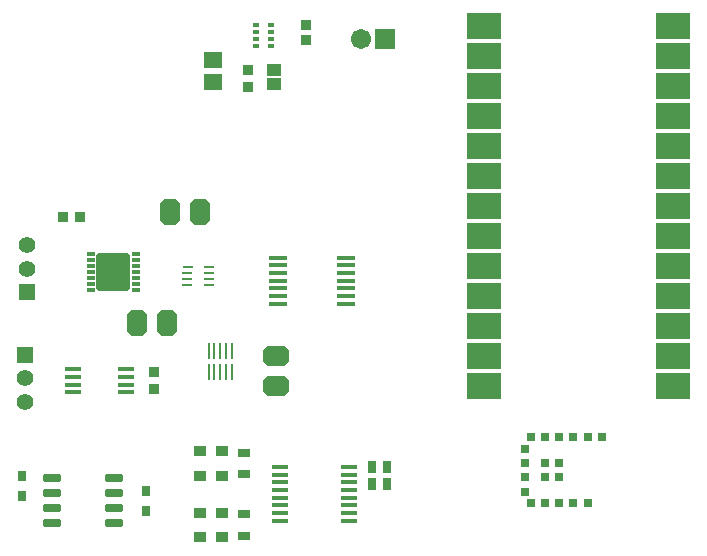
<source format=gts>
G04*
G04 #@! TF.GenerationSoftware,Altium Limited,Altium Designer,24.2.2 (26)*
G04*
G04 Layer_Color=8388736*
%FSLAX25Y25*%
%MOIN*%
G70*
G04*
G04 #@! TF.SameCoordinates,57EBE310-F326-475D-97A3-4CF97A274748*
G04*
G04*
G04 #@! TF.FilePolarity,Negative*
G04*
G01*
G75*
%ADD20R,0.05250X0.01700*%
%ADD23R,0.03591X0.03772*%
%ADD24R,0.03150X0.03543*%
%ADD27R,0.00800X0.05500*%
%ADD28R,0.03200X0.01000*%
%ADD29R,0.03600X0.01000*%
%ADD30R,0.03772X0.03591*%
%ADD32R,0.05800X0.01400*%
%ADD33R,0.04134X0.03150*%
%ADD34R,0.03937X0.03543*%
%ADD36R,0.03568X0.03367*%
%ADD37R,0.06127X0.05727*%
%ADD39R,0.02300X0.01200*%
%ADD40R,0.11627X0.08674*%
%ADD41R,0.05912X0.01778*%
%ADD42R,0.03150X0.03150*%
G04:AMPARAMS|DCode=43|XSize=29.65mil|YSize=57.21mil|CornerRadius=5.95mil|HoleSize=0mil|Usage=FLASHONLY|Rotation=90.000|XOffset=0mil|YOffset=0mil|HoleType=Round|Shape=RoundedRectangle|*
%AMROUNDEDRECTD43*
21,1,0.02965,0.04532,0,0,90.0*
21,1,0.01776,0.05721,0,0,90.0*
1,1,0.01190,0.02266,0.00888*
1,1,0.01190,0.02266,-0.00888*
1,1,0.01190,-0.02266,-0.00888*
1,1,0.01190,-0.02266,0.00888*
%
%ADD43ROUNDEDRECTD43*%
%ADD44R,0.03162X0.03950*%
G04:AMPARAMS|DCode=45|XSize=13.84mil|YSize=27.62mil|CornerRadius=3.97mil|HoleSize=0mil|Usage=FLASHONLY|Rotation=270.000|XOffset=0mil|YOffset=0mil|HoleType=Round|Shape=RoundedRectangle|*
%AMROUNDEDRECTD45*
21,1,0.01384,0.01968,0,0,270.0*
21,1,0.00591,0.02762,0,0,270.0*
1,1,0.00794,-0.00984,-0.00295*
1,1,0.00794,-0.00984,0.00295*
1,1,0.00794,0.00984,0.00295*
1,1,0.00794,0.00984,-0.00295*
%
%ADD45ROUNDEDRECTD45*%
G04:AMPARAMS|DCode=46|XSize=126.11mil|YSize=110.36mil|CornerRadius=6.05mil|HoleSize=0mil|Usage=FLASHONLY|Rotation=270.000|XOffset=0mil|YOffset=0mil|HoleType=Round|Shape=RoundedRectangle|*
%AMROUNDEDRECTD46*
21,1,0.12611,0.09827,0,0,270.0*
21,1,0.11402,0.11036,0,0,270.0*
1,1,0.01209,-0.04913,-0.05701*
1,1,0.01209,-0.04913,0.05701*
1,1,0.01209,0.04913,0.05701*
1,1,0.01209,0.04913,-0.05701*
%
%ADD46ROUNDEDRECTD46*%
%ADD47R,0.04540X0.03950*%
G04:AMPARAMS|DCode=48|XSize=88mil|YSize=68mil|CornerRadius=0mil|HoleSize=0mil|Usage=FLASHONLY|Rotation=90.000|XOffset=0mil|YOffset=0mil|HoleType=Round|Shape=Octagon|*
%AMOCTAGOND48*
4,1,8,0.01700,0.04400,-0.01700,0.04400,-0.03400,0.02700,-0.03400,-0.02700,-0.01700,-0.04400,0.01700,-0.04400,0.03400,-0.02700,0.03400,0.02700,0.01700,0.04400,0.0*
%
%ADD48OCTAGOND48*%

G04:AMPARAMS|DCode=49|XSize=88mil|YSize=68mil|CornerRadius=0mil|HoleSize=0mil|Usage=FLASHONLY|Rotation=180.000|XOffset=0mil|YOffset=0mil|HoleType=Round|Shape=Octagon|*
%AMOCTAGOND49*
4,1,8,-0.04400,0.01700,-0.04400,-0.01700,-0.02700,-0.03400,0.02700,-0.03400,0.04400,-0.01700,0.04400,0.01700,0.02700,0.03400,-0.02700,0.03400,-0.04400,0.01700,0.0*
%
%ADD49OCTAGOND49*%

%ADD50C,0.06706*%
%ADD51R,0.06706X0.06706*%
%ADD52R,0.05472X0.05472*%
%ADD53C,0.05472*%
%ADD54C,0.03150*%
D20*
X130111Y272807D02*
D03*
X147561Y280484D02*
D03*
Y277925D02*
D03*
Y275366D02*
D03*
Y272807D02*
D03*
X130111Y275366D02*
D03*
Y277925D02*
D03*
Y280484D02*
D03*
D23*
X156830Y279508D02*
D03*
Y273783D02*
D03*
X188369Y380327D02*
D03*
Y374603D02*
D03*
D24*
X112915Y238377D02*
D03*
Y245070D02*
D03*
X154336Y233277D02*
D03*
Y239970D02*
D03*
D27*
X183038Y279650D02*
D03*
X181069D02*
D03*
X179100D02*
D03*
X175162D02*
D03*
Y286750D02*
D03*
X177131D02*
D03*
X179100D02*
D03*
X181069D02*
D03*
X183038D02*
D03*
X177131Y279650D02*
D03*
D28*
X175181Y314429D02*
D03*
Y312461D02*
D03*
Y310492D02*
D03*
Y308524D02*
D03*
X168094Y312461D02*
D03*
Y308524D02*
D03*
Y310492D02*
D03*
D29*
X168294Y314429D02*
D03*
D30*
X126557Y331400D02*
D03*
X132281D02*
D03*
D32*
X222000Y245398D02*
D03*
X199000Y237720D02*
D03*
Y240280D02*
D03*
X222000Y247957D02*
D03*
Y242839D02*
D03*
Y240280D02*
D03*
Y237720D02*
D03*
Y235161D02*
D03*
Y232602D02*
D03*
Y230043D02*
D03*
X199000D02*
D03*
Y232602D02*
D03*
Y235161D02*
D03*
Y242839D02*
D03*
Y245398D02*
D03*
Y247957D02*
D03*
D33*
X186965Y224858D02*
D03*
Y232142D02*
D03*
Y252717D02*
D03*
Y245434D02*
D03*
D34*
X179543Y224444D02*
D03*
X172457D02*
D03*
X179543Y245000D02*
D03*
X172457D02*
D03*
X179543Y232728D02*
D03*
X172457D02*
D03*
Y253285D02*
D03*
X179543D02*
D03*
D36*
X207732Y395345D02*
D03*
Y390420D02*
D03*
D37*
X176495Y376313D02*
D03*
Y383603D02*
D03*
D39*
X195983Y395345D02*
D03*
Y392983D02*
D03*
Y390621D02*
D03*
Y388259D02*
D03*
X191083D02*
D03*
Y390621D02*
D03*
Y392983D02*
D03*
Y395345D02*
D03*
D40*
X329996Y274800D02*
D03*
Y284800D02*
D03*
Y294800D02*
D03*
Y304800D02*
D03*
Y314800D02*
D03*
Y324800D02*
D03*
Y334800D02*
D03*
Y344800D02*
D03*
Y354800D02*
D03*
Y364800D02*
D03*
Y374800D02*
D03*
Y384800D02*
D03*
Y394800D02*
D03*
X267004Y274800D02*
D03*
Y284800D02*
D03*
Y294800D02*
D03*
Y304800D02*
D03*
Y314800D02*
D03*
Y324800D02*
D03*
Y334800D02*
D03*
Y344800D02*
D03*
Y354800D02*
D03*
Y364800D02*
D03*
Y374800D02*
D03*
Y384800D02*
D03*
Y394800D02*
D03*
D41*
X220819Y317677D02*
D03*
X198181Y302323D02*
D03*
X220819D02*
D03*
Y304882D02*
D03*
Y307441D02*
D03*
Y310000D02*
D03*
Y312559D02*
D03*
Y315118D02*
D03*
X198181Y304882D02*
D03*
Y307441D02*
D03*
Y310000D02*
D03*
Y312559D02*
D03*
Y315118D02*
D03*
Y317677D02*
D03*
D42*
X301506Y257824D02*
D03*
X296781D02*
D03*
X292057D02*
D03*
X301506Y235776D02*
D03*
X296781D02*
D03*
X292057D02*
D03*
X287332D02*
D03*
X282608D02*
D03*
X287332Y257824D02*
D03*
X280639Y253887D02*
D03*
Y249162D02*
D03*
Y244438D02*
D03*
Y239713D02*
D03*
X306230Y257824D02*
D03*
X292057Y249162D02*
D03*
X287332D02*
D03*
Y244438D02*
D03*
X282608Y257824D02*
D03*
X292057Y244438D02*
D03*
D43*
X143671Y244223D02*
D03*
X123002D02*
D03*
Y239223D02*
D03*
Y234223D02*
D03*
X143671Y239223D02*
D03*
Y234223D02*
D03*
Y229223D02*
D03*
X123002D02*
D03*
D44*
X229574Y242303D02*
D03*
X234692D02*
D03*
Y247832D02*
D03*
X229574D02*
D03*
D45*
X150949Y309059D02*
D03*
Y311028D02*
D03*
Y312996D02*
D03*
Y314965D02*
D03*
Y316933D02*
D03*
X135988Y307090D02*
D03*
Y309059D02*
D03*
Y311028D02*
D03*
Y312996D02*
D03*
Y314965D02*
D03*
Y316933D02*
D03*
Y318902D02*
D03*
X150949D02*
D03*
Y307090D02*
D03*
D46*
X143468Y312996D02*
D03*
D47*
X197133Y380352D02*
D03*
Y375431D02*
D03*
D48*
X172457Y333000D02*
D03*
X162457D02*
D03*
X161206Y296000D02*
D03*
X151206D02*
D03*
D49*
X197735Y285000D02*
D03*
Y275000D02*
D03*
D50*
X226094Y390634D02*
D03*
D51*
X233968D02*
D03*
D52*
X114500Y306126D02*
D03*
X114000Y285374D02*
D03*
D53*
X114500Y314000D02*
D03*
Y321874D02*
D03*
X114000Y269626D02*
D03*
Y277500D02*
D03*
D54*
X143468Y308272D02*
D03*
M02*

</source>
